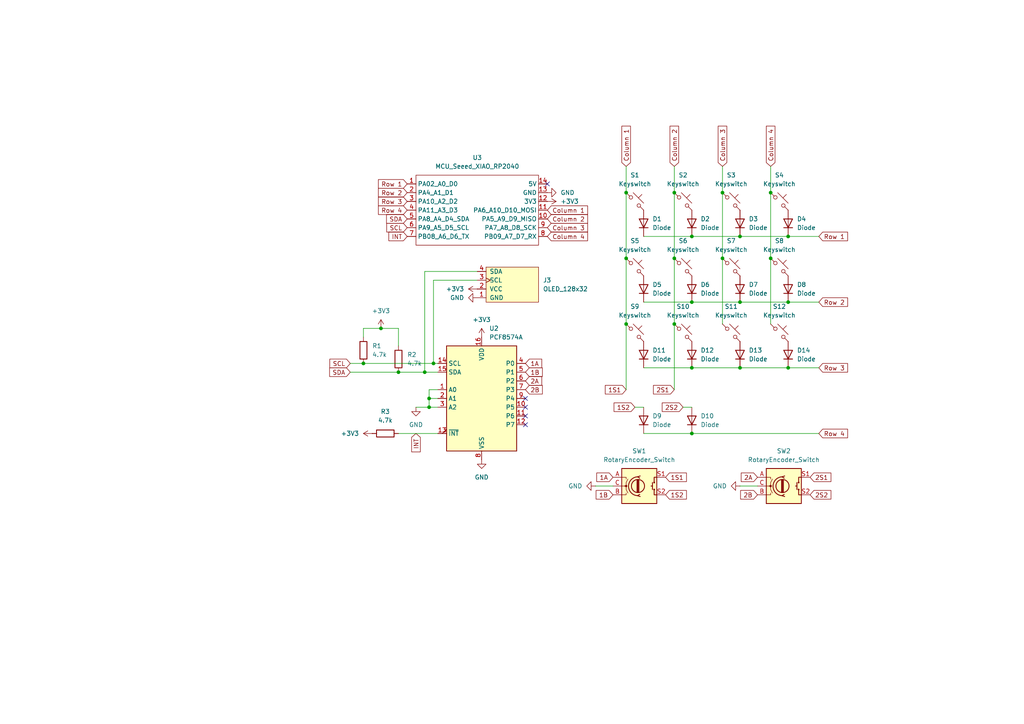
<source format=kicad_sch>
(kicad_sch (version 20231120) (generator "eeschema") (generator_version "8.0")
  (paper "A4")
  (lib_symbols
    (symbol "Device:R" (pin_numbers hide) (pin_names (offset 0))
      (property "Reference" "R" (at 2.032 0 90))
      (property "Value" "R" (at 0 0 90))
      (symbol "R_0_1"
        (rectangle (start -1.016 -2.54) (end 1.016 2.54) (stroke (width 0.254)))
      )
      (symbol "R_1_1"
        (pin passive line (at 0 3.81 270) (length 1.27) (name "~") (number "1"))
        (pin passive line (at 0 -3.81 90) (length 1.27) (name "~") (number "2"))
      )
    )
    (symbol "Device:RotaryEncoder_Switch" (pin_names (offset 0.254) hide)
      (property "Reference" "SW" (at 0 6.604 0))
      (property "Value" "RotaryEncoder_Switch" (at 0 -6.604 0))
      (symbol "RotaryEncoder_Switch_0_1"
        (rectangle (start -5.08 5.08) (end 5.08 -5.08) (stroke (width 0.254)) (fill (type background)))
        (circle (center -3.81 0) (radius 0.254) (fill (type outline)))
        (circle (center -0.381 0) (radius 1.905) (stroke (width 0.254)))
        (arc (start -0.381 2.667) (mid -3.0988 -0.0635) (end -0.381 -2.794) (stroke (width 0.254)))
        (polyline (pts (xy -0.635 -1.778) (xy -0.635 1.778)) (stroke (width 0.254)))
        (polyline (pts (xy -0.381 -1.778) (xy -0.381 1.778)) (stroke (width 0.254)))
        (polyline (pts (xy -0.127 1.778) (xy -0.127 -1.778)) (stroke (width 0.254)))
        (polyline (pts (xy 3.81 0) (xy 3.429 0)) (stroke (width 0.254)))
        (polyline (pts (xy 3.81 1.016) (xy 3.81 -1.016)) (stroke (width 0.254)))
        (polyline (pts (xy -5.08 -2.54) (xy -3.81 -2.54) (xy -3.81 -2.032)))
        (polyline (pts (xy -5.08 2.54) (xy -3.81 2.54) (xy -3.81 2.032)))
        (polyline (pts (xy 0.254 -3.048) (xy -0.508 -2.794) (xy 0.127 -2.413)) (stroke (width 0.254)))
        (polyline (pts (xy 0.254 2.921) (xy -0.508 2.667) (xy 0.127 2.286)) (stroke (width 0.254)))
        (polyline (pts (xy 5.08 -2.54) (xy 4.318 -2.54) (xy 4.318 -1.016)) (stroke (width 0.254)))
        (polyline (pts (xy 5.08 2.54) (xy 4.318 2.54) (xy 4.318 1.016)) (stroke (width 0.254)))
        (polyline (pts (xy -5.08 0) (xy -3.81 0) (xy -3.81 -1.016) (xy -3.302 -2.032)))
        (polyline (pts (xy -4.318 0) (xy -3.81 0) (xy -3.81 1.016) (xy -3.302 2.032)))
        (circle (center 4.318 -1.016) (radius 0.127) (stroke (width 0.254)))
        (circle (center 4.318 1.016) (radius 0.127) (stroke (width 0.254)))
      )
      (symbol "RotaryEncoder_Switch_1_1"
        (pin passive line (at -7.62 2.54 0) (length 2.54) (name "A") (number "A"))
        (pin passive line (at -7.62 -2.54 0) (length 2.54) (name "B") (number "B"))
        (pin passive line (at -7.62 0 0) (length 2.54) (name "C") (number "C"))
        (pin passive line (at 7.62 2.54 180) (length 2.54) (name "S1") (number "S1"))
        (pin passive line (at 7.62 -2.54 180) (length 2.54) (name "S2") (number "S2"))
      )
    )
    (symbol "Interface_Expansion:PCF8574A"
      (property "Reference" "U" (at -8.89 16.51 0))
      (property "Value" "PCF8574A" (at 2.54 16.51 0))
      (symbol "PCF8574A_0_1"
        (rectangle (start -10.16 15.24) (end 10.16 -15.24) (stroke (width 0.254)) (fill (type background)))
      )
      (symbol "PCF8574A_1_1"
        (pin input line (at -12.7 2.54 0) (length 2.54) (name "A0") (number "1"))
        (pin bidirectional line (at 12.7 -2.54 180) (length 2.54) (name "P5") (number "10"))
        (pin bidirectional line (at 12.7 -5.08 180) (length 2.54) (name "P6") (number "11"))
        (pin bidirectional line (at 12.7 -7.62 180) (length 2.54) (name "P7") (number "12"))
        (pin open_collector output_low (at -12.7 -10.16 0) (length 2.54) (name "~{INT}") (number "13"))
        (pin input line (at -12.7 10.16 0) (length 2.54) (name "SCL") (number "14"))
        (pin bidirectional line (at -12.7 7.62 0) (length 2.54) (name "SDA") (number "15"))
        (pin power_in line (at 0 17.78 270) (length 2.54) (name "VDD") (number "16"))
        (pin input line (at -12.7 0 0) (length 2.54) (name "A1") (number "2"))
        (pin input line (at -12.7 -2.54 0) (length 2.54) (name "A2") (number "3"))
        (pin bidirectional line (at 12.7 10.16 180) (length 2.54) (name "P0") (number "4"))
        (pin bidirectional line (at 12.7 7.62 180) (length 2.54) (name "P1") (number "5"))
        (pin bidirectional line (at 12.7 5.08 180) (length 2.54) (name "P2") (number "6"))
        (pin bidirectional line (at 12.7 2.54 180) (length 2.54) (name "P3") (number "7"))
        (pin power_in line (at 0 -17.78 90) (length 2.54) (name "VSS") (number "8"))
        (pin bidirectional line (at 12.7 0 180) (length 2.54) (name "P4") (number "9"))
      )
    )
    (symbol "ScottoKeebs:MCU_Seeed_XIAO_RP2040"
      (property "Reference" "U" (at -16.51 11.43 0))
      (property "Value" "MCU_Seeed_XIAO_RP2040" (at -3.81 -11.43 0))
      (symbol "MCU_Seeed_XIAO_RP2040_0_1"
        (rectangle (start -16.51 10.16) (end 19.05 -10.16))
      )
      (symbol "MCU_Seeed_XIAO_RP2040_1_1"
        (pin passive line (at -19.05 7.62 0) (length 2.54) (name "PA02_A0_D0") (number "1"))
        (pin passive line (at 21.59 -2.54 180) (length 2.54) (name "PA5_A9_D9_MISO") (number "10"))
        (pin passive line (at 21.59 0 180) (length 2.54) (name "PA6_A10_D10_MOSI") (number "11"))
        (pin passive line (at 21.59 2.54 180) (length 2.54) (name "3V3") (number "12"))
        (pin passive line (at 21.59 5.08 180) (length 2.54) (name "GND") (number "13"))
        (pin passive line (at 21.59 7.62 180) (length 2.54) (name "5V") (number "14"))
        (pin passive line (at -19.05 5.08 0) (length 2.54) (name "PA4_A1_D1") (number "2"))
        (pin passive line (at -19.05 2.54 0) (length 2.54) (name "PA10_A2_D2") (number "3"))
        (pin passive line (at -19.05 0 0) (length 2.54) (name "PA11_A3_D3") (number "4"))
        (pin passive line (at -19.05 -2.54 0) (length 2.54) (name "PA8_A4_D4_SDA") (number "5"))
        (pin passive line (at -19.05 -5.08 0) (length 2.54) (name "PA9_A5_D5_SCL") (number "6"))
        (pin passive line (at -19.05 -7.62 0) (length 2.54) (name "PB08_A6_D6_TX") (number "7"))
        (pin passive line (at 21.59 -7.62 180) (length 2.54) (name "PB09_A7_D7_RX") (number "8"))
        (pin passive line (at 21.59 -5.08 180) (length 2.54) (name "PA7_A8_D8_SCK") (number "9"))
      )
    )
    (symbol "ScottoKeebs:OLED_128x32" (pin_names (offset 1.016))
      (property "Reference" "J" (at 0 -6.35 0))
      (property "Value" "OLED_128x32" (at 0 6.35 0))
      (symbol "OLED_128x32_0_1"
        (rectangle (start 0 5.08) (end 15.24 -5.08) (fill (type background)))
      )
      (symbol "OLED_128x32_1_1"
        (pin power_in line (at -2.54 -3.81 0) (length 2.54) (name "GND") (number "1"))
        (pin power_in line (at -2.54 -1.27 0) (length 2.54) (name "VCC") (number "2"))
        (pin input clock (at -2.54 1.27 0) (length 2.54) (name "SCL") (number "3"))
        (pin bidirectional line (at -2.54 3.81 0) (length 2.54) (name "SDA") (number "4"))
      )
    )
    (symbol "ScottoKeebs:Placeholder_Diode" (pin_numbers hide) (pin_names hide)
      (property "Reference" "D" (at 0 2.54 0))
      (property "Value" "Diode" (at 0 -2.54 0))
      (symbol "Placeholder_Diode_0_1"
        (polyline (pts (xy -1.27 1.27) (xy -1.27 -1.27)) (stroke (width 0.254)))
        (polyline (pts (xy 1.27 0) (xy -1.27 0)))
        (polyline (pts (xy 1.27 1.27) (xy 1.27 -1.27) (xy -1.27 0) (xy 1.27 1.27)) (stroke (width 0.254)))
      )
      (symbol "Placeholder_Diode_1_1"
        (pin passive line (at -3.81 0 0) (length 2.54) (name "K") (number "1"))
        (pin passive line (at 3.81 0 180) (length 2.54) (name "A") (number "2"))
      )
    )
    (symbol "ScottoKeebs:Placeholder_Keyswitch" (pin_numbers hide) (pin_names (offset 1.016) hide)
      (property "Reference" "S" (at 3.048 1.016 0))
      (property "Value" "Keyswitch" (at 0 -3.81 0))
      (symbol "Placeholder_Keyswitch_0_1"
        (circle (center -1.1684 1.1684) (radius 0.508))
        (polyline (pts (xy -0.508 2.54) (xy 2.54 -0.508)))
        (polyline (pts (xy 1.016 1.016) (xy 2.032 2.032)))
        (polyline (pts (xy -2.54 2.54) (xy -1.524 1.524) (xy -1.524 1.524)))
        (polyline (pts (xy 1.524 -1.524) (xy 2.54 -2.54) (xy 2.54 -2.54) (xy 2.54 -2.54)))
        (circle (center 1.143 -1.1938) (radius 0.508))
        (pin passive line (at -2.54 2.54 0) (length 0) (name "1") (number "1"))
        (pin passive line (at 2.54 -2.54 180) (length 0) (name "2") (number "2"))
      )
    )
    (symbol "power:+3V3" (power) (pin_numbers hide) (pin_names (offset 0) hide)
      (property "Value" "+3V3" (at 0 3.556 0))
      (symbol "+3V3_0_1"
        (polyline (pts (xy -0.762 1.27) (xy 0 2.54)))
        (polyline (pts (xy 0 0) (xy 0 2.54)))
        (polyline (pts (xy 0 2.54) (xy 0.762 1.27)))
      )
      (symbol "+3V3_1_1"
        (pin power_in line (at 0 0 90) (length 0) (name "~") (number "1"))
      )
    )
    (symbol "power:GND" (power) (pin_numbers hide) (pin_names (offset 0) hide)
      (property "Value" "GND" (at 0 -3.81 0))
      (symbol "GND_0_1"
        (polyline (pts (xy 0 0) (xy 0 -1.27) (xy 1.27 -1.27) (xy 0 -2.54) (xy -1.27 -1.27) (xy 0 -1.27)))
      )
      (symbol "GND_1_1"
        (pin power_in line (at 0 0 270) (length 0) (name "~") (number "1"))
      )
    )
  )
  (junction (at 195.58 93.98))
  (junction (at 223.52 55.88))
  (junction (at 228.6 106.68))
  (junction (at 125.73 105.41))
  (junction (at 195.58 74.93))
  (junction (at 181.61 74.93))
  (junction (at 115.57 107.95))
  (junction (at 124.46 115.57))
  (junction (at 200.66 106.68))
  (junction (at 209.55 55.88))
  (junction (at 209.55 74.93))
  (junction (at 124.46 118.11))
  (junction (at 214.63 68.58))
  (junction (at 228.6 68.58))
  (junction (at 223.52 74.93))
  (junction (at 200.66 87.63))
  (junction (at 105.41 105.41))
  (junction (at 181.61 55.88))
  (junction (at 200.66 68.58))
  (junction (at 195.58 55.88))
  (junction (at 200.66 125.73))
  (junction (at 228.6 87.63))
  (junction (at 123.19 107.95))
  (junction (at 214.63 87.63))
  (junction (at 214.63 106.68))
  (junction (at 110.49 95.25))
  (junction (at 181.61 93.98))
  (no_connect (at 158.75 53.34))
  (no_connect (at 152.4 120.65))
  (no_connect (at 152.4 118.11))
  (no_connect (at 152.4 115.57))
  (no_connect (at 152.4 123.19))
  (wire (pts (xy 105.41 105.41) (xy 125.73 105.41)))
  (wire (pts (xy 209.55 55.88) (xy 209.55 74.93)))
  (wire (pts (xy 186.69 87.63) (xy 200.66 87.63)))
  (wire (pts (xy 186.69 68.58) (xy 200.66 68.58)))
  (wire (pts (xy 123.19 78.74) (xy 138.43 78.74)))
  (wire (pts (xy 214.63 87.63) (xy 228.6 87.63)))
  (wire (pts (xy 214.63 68.58) (xy 228.6 68.58)))
  (wire (pts (xy 181.61 93.98) (xy 181.61 113.03)))
  (wire (pts (xy 115.57 107.95) (xy 123.19 107.95)))
  (wire (pts (xy 124.46 115.57) (xy 127 115.57)))
  (wire (pts (xy 125.73 105.41) (xy 125.73 81.28)))
  (wire (pts (xy 123.19 107.95) (xy 127 107.95)))
  (wire (pts (xy 237.49 87.63) (xy 228.6 87.63)))
  (wire (pts (xy 101.6 107.95) (xy 115.57 107.95)))
  (wire (pts (xy 186.69 125.73) (xy 200.66 125.73)))
  (wire (pts (xy 195.58 74.93) (xy 195.58 93.98)))
  (wire (pts (xy 237.49 125.73) (xy 200.66 125.73)))
  (wire (pts (xy 200.66 68.58) (xy 214.63 68.58)))
  (wire (pts (xy 200.66 106.68) (xy 214.63 106.68)))
  (wire (pts (xy 115.57 95.25) (xy 115.57 100.33)))
  (wire (pts (xy 127 113.03) (xy 124.46 113.03)))
  (wire (pts (xy 124.46 113.03) (xy 124.46 115.57)))
  (wire (pts (xy 195.58 55.88) (xy 195.58 74.93)))
  (wire (pts (xy 237.49 68.58) (xy 228.6 68.58)))
  (wire (pts (xy 101.6 105.41) (xy 105.41 105.41)))
  (wire (pts (xy 181.61 74.93) (xy 181.61 93.98)))
  (wire (pts (xy 124.46 118.11) (xy 127 118.11)))
  (wire (pts (xy 124.46 115.57) (xy 124.46 118.11)))
  (wire (pts (xy 209.55 48.26) (xy 209.55 55.88)))
  (wire (pts (xy 223.52 55.88) (xy 223.52 74.93)))
  (wire (pts (xy 195.58 48.26) (xy 195.58 55.88)))
  (wire (pts (xy 200.66 87.63) (xy 214.63 87.63)))
  (wire (pts (xy 186.69 106.68) (xy 200.66 106.68)))
  (wire (pts (xy 105.41 95.25) (xy 110.49 95.25)))
  (wire (pts (xy 181.61 55.88) (xy 181.61 74.93)))
  (wire (pts (xy 195.58 93.98) (xy 195.58 113.03)))
  (wire (pts (xy 172.72 140.97) (xy 177.8 140.97)))
  (wire (pts (xy 223.52 48.26) (xy 223.52 55.88)))
  (wire (pts (xy 110.49 95.25) (xy 115.57 95.25)))
  (wire (pts (xy 105.41 97.79) (xy 105.41 95.25)))
  (wire (pts (xy 214.63 140.97) (xy 219.71 140.97)))
  (wire (pts (xy 198.12 118.11) (xy 200.66 118.11)))
  (wire (pts (xy 223.52 74.93) (xy 223.52 93.98)))
  (wire (pts (xy 237.49 106.68) (xy 228.6 106.68)))
  (wire (pts (xy 184.15 118.11) (xy 186.69 118.11)))
  (wire (pts (xy 123.19 107.95) (xy 123.19 78.74)))
  (wire (pts (xy 214.63 106.68) (xy 228.6 106.68)))
  (wire (pts (xy 120.65 118.11) (xy 124.46 118.11)))
  (wire (pts (xy 181.61 48.26) (xy 181.61 55.88)))
  (wire (pts (xy 125.73 105.41) (xy 127 105.41)))
  (wire (pts (xy 125.73 81.28) (xy 138.43 81.28)))
  (wire (pts (xy 209.55 74.93) (xy 209.55 93.98)))
  (wire (pts (xy 115.57 125.73) (xy 127 125.73)))
  (global_label "Column 1" (shape input) (at 158.75 60.96 0) (property "Intersheetrefs" "${INTERSHEET_REFS}" (effects (hide yes))))
  (global_label "Row 3" (shape input) (at 118.11 58.42 180) (property "Intersheetrefs" "${INTERSHEET_REFS}" (effects (hide yes))))
  (global_label "2S2" (shape input) (at 198.12 118.11 180) (property "Intersheetrefs" "${INTERSHEET_REFS}" (effects (hide yes))))
  (global_label "Row 2" (shape input) (at 118.11 55.88 180) (property "Intersheetrefs" "${INTERSHEET_REFS}" (effects (hide yes))))
  (global_label "Column 4" (shape input) (at 223.52 48.26 90) (property "Intersheetrefs" "${INTERSHEET_REFS}" (effects (hide yes))))
  (global_label "1S1" (shape input) (at 193.04 138.43 0) (property "Intersheetrefs" "${INTERSHEET_REFS}" (effects (hide yes))))
  (global_label "1S2" (shape input) (at 193.04 143.51 0) (property "Intersheetrefs" "${INTERSHEET_REFS}" (effects (hide yes))))
  (global_label "Column 2" (shape input) (at 195.58 48.26 90) (property "Intersheetrefs" "${INTERSHEET_REFS}" (effects (hide yes))))
  (global_label "Row 2" (shape input) (at 237.49 87.63 0) (property "Intersheetrefs" "${INTERSHEET_REFS}" (effects (hide yes))))
  (global_label "Column 3" (shape input) (at 209.55 48.26 90) (property "Intersheetrefs" "${INTERSHEET_REFS}" (effects (hide yes))))
  (global_label "1S1" (shape input) (at 181.61 113.03 180) (property "Intersheetrefs" "${INTERSHEET_REFS}" (effects (hide yes))))
  (global_label "Row 4" (shape input) (at 237.49 125.73 0) (property "Intersheetrefs" "${INTERSHEET_REFS}" (effects (hide yes))))
  (global_label "SCL" (shape input) (at 118.11 66.04 180) (property "Intersheetrefs" "${INTERSHEET_REFS}" (effects (hide yes))))
  (global_label "1A" (shape input) (at 177.8 138.43 180) (property "Intersheetrefs" "${INTERSHEET_REFS}" (effects (hide yes))))
  (global_label "2B" (shape input) (at 219.71 143.51 180) (property "Intersheetrefs" "${INTERSHEET_REFS}" (effects (hide yes))))
  (global_label "SCL" (shape input) (at 101.6 105.41 180) (property "Intersheetrefs" "${INTERSHEET_REFS}" (effects (hide yes))))
  (global_label "2A" (shape input) (at 152.4 110.49 0) (property "Intersheetrefs" "${INTERSHEET_REFS}" (effects (hide yes))))
  (global_label "Row 3" (shape input) (at 237.49 106.68 0) (property "Intersheetrefs" "${INTERSHEET_REFS}" (effects (hide yes))))
  (global_label "SDA" (shape input) (at 101.6 107.95 180) (property "Intersheetrefs" "${INTERSHEET_REFS}" (effects (hide yes))))
  (global_label "Column 1" (shape input) (at 181.61 48.26 90) (property "Intersheetrefs" "${INTERSHEET_REFS}" (effects (hide yes))))
  (global_label "Row 1" (shape input) (at 118.11 53.34 180) (property "Intersheetrefs" "${INTERSHEET_REFS}" (effects (hide yes))))
  (global_label "Row 4" (shape input) (at 118.11 60.96 180) (property "Intersheetrefs" "${INTERSHEET_REFS}" (effects (hide yes))))
  (global_label "Column 2" (shape input) (at 158.75 63.5 0) (property "Intersheetrefs" "${INTERSHEET_REFS}" (effects (hide yes))))
  (global_label "2B" (shape input) (at 152.4 113.03 0) (property "Intersheetrefs" "${INTERSHEET_REFS}" (effects (hide yes))))
  (global_label "1B" (shape input) (at 152.4 107.95 0) (property "Intersheetrefs" "${INTERSHEET_REFS}" (effects (hide yes))))
  (global_label "1S2" (shape input) (at 184.15 118.11 180) (property "Intersheetrefs" "${INTERSHEET_REFS}" (effects (hide yes))))
  (global_label "Column 3" (shape input) (at 158.75 66.04 0) (property "Intersheetrefs" "${INTERSHEET_REFS}" (effects (hide yes))))
  (global_label "INT" (shape input) (at 120.65 125.73 270) (property "Intersheetrefs" "${INTERSHEET_REFS}" (effects (hide yes))))
  (global_label "1A" (shape input) (at 152.4 105.41 0) (property "Intersheetrefs" "${INTERSHEET_REFS}" (effects (hide yes))))
  (global_label "2S1" (shape input) (at 195.58 113.03 180) (property "Intersheetrefs" "${INTERSHEET_REFS}" (effects (hide yes))))
  (global_label "2S2" (shape input) (at 234.95 143.51 0) (property "Intersheetrefs" "${INTERSHEET_REFS}" (effects (hide yes))))
  (global_label "INT" (shape input) (at 118.11 68.58 180) (property "Intersheetrefs" "${INTERSHEET_REFS}" (effects (hide yes))))
  (global_label "Column 4" (shape input) (at 158.75 68.58 0) (property "Intersheetrefs" "${INTERSHEET_REFS}" (effects (hide yes))))
  (global_label "Row 1" (shape input) (at 237.49 68.58 0) (property "Intersheetrefs" "${INTERSHEET_REFS}" (effects (hide yes))))
  (global_label "2S1" (shape input) (at 234.95 138.43 0) (property "Intersheetrefs" "${INTERSHEET_REFS}" (effects (hide yes))))
  (global_label "1B" (shape input) (at 177.8 143.51 180) (property "Intersheetrefs" "${INTERSHEET_REFS}" (effects (hide yes))))
  (global_label "2A" (shape input) (at 219.71 138.43 180) (property "Intersheetrefs" "${INTERSHEET_REFS}" (effects (hide yes))))
  (global_label "SDA" (shape input) (at 118.11 63.5 180) (property "Intersheetrefs" "${INTERSHEET_REFS}" (effects (hide yes))))
  (symbol (lib_id "power:+3V3") (at 138.43 83.82 90) (unit 1)
    (property "Reference" "#PWR04" (effects (hide yes)))
    (property "Value" "+3V3" (at 134.62 83.8199 90) (effects (justify left)))
    (property "Description" "Power symbol creates a global label with name \"+3V3\"" (effects (hide yes)))
  )
  (symbol (lib_id "Device:RotaryEncoder_Switch") (at 227.33 140.97 0) (unit 1)
    (property "Reference" "SW2" (at 227.33 130.81 0))
    (property "Value" "RotaryEncoder_Switch" (at 227.33 133.35 0))
    (property "Footprint" "Rotary_Encoder:RotaryEncoder_Alps_EC11E-Switch_Vertical_H20mm" (effects (hide yes)))
    (property "Description" "Rotary encoder, dual channel, incremental quadrate outputs, with switch" (effects (hide yes)))
  )
  (symbol (lib_id "ScottoKeebs:Placeholder_Keyswitch") (at 226.06 96.52 0) (unit 1)
    (property "Reference" "S12" (at 226.06 88.9 0))
    (property "Value" "Keyswitch" (at 226.06 91.44 0))
    (property "Footprint" "ScottoKeebs_MX:MX_PCB_1.00u" (effects (hide yes)))
    (property "Description" "Push button switch, normally open, two pins, 45° tilted" (effects (hide yes)))
  )
  (symbol (lib_id "Device:R") (at 115.57 104.14 0) (unit 1)
    (property "Reference" "R2" (at 118.11 102.8699 0) (effects (justify left)))
    (property "Value" "4.7k" (at 118.11 105.4099 0) (effects (justify left)))
    (property "Footprint" "Resistor_THT:R_Axial_DIN0207_L6.3mm_D2.5mm_P10.16mm_Horizontal" (effects (hide yes)))
    (property "Description" "Resistor" (effects (hide yes)))
  )
  (symbol (lib_id "ScottoKeebs:Placeholder_Keyswitch") (at 226.06 77.47 0) (unit 1)
    (property "Reference" "S8" (at 226.06 69.85 0))
    (property "Value" "Keyswitch" (at 226.06 72.39 0))
    (property "Footprint" "ScottoKeebs_MX:MX_PCB_1.00u" (effects (hide yes)))
    (property "Description" "Push button switch, normally open, two pins, 45° tilted" (effects (hide yes)))
  )
  (symbol (lib_id "power:GND") (at 138.43 86.36 270) (unit 1)
    (property "Reference" "#PWR03" (effects (hide yes)))
    (property "Value" "GND" (at 134.62 86.3599 90) (effects (justify right)))
    (property "Description" "Power symbol creates a global label with name \"GND\" , ground" (effects (hide yes)))
  )
  (symbol (lib_id "ScottoKeebs:Placeholder_Diode") (at 214.63 83.82 90) (unit 1)
    (property "Reference" "D7" (at 217.17 82.5499 90) (effects (justify right)))
    (property "Value" "Diode" (at 217.17 85.0899 90) (effects (justify right)))
    (property "Footprint" "ScottoKeebs_Components:Diode_DO-35" (effects (hide yes)))
    (property "Description" "1N4148 (DO-35) or 1N4148W (SOD-123)" (effects (hide yes)))
    (property "Sim.Device" "D" (effects (hide yes)))
    (property "Sim.Pins" "1=K 2=A" (effects (hide yes)))
  )
  (symbol (lib_id "ScottoKeebs:Placeholder_Keyswitch") (at 212.09 58.42 0) (unit 1)
    (property "Reference" "S3" (at 212.09 50.8 0))
    (property "Value" "Keyswitch" (at 212.09 53.34 0))
    (property "Footprint" "ScottoKeebs_MX:MX_PCB_1.00u" (effects (hide yes)))
    (property "Description" "Push button switch, normally open, two pins, 45° tilted" (effects (hide yes)))
  )
  (symbol (lib_id "ScottoKeebs:Placeholder_Diode") (at 228.6 83.82 90) (unit 1)
    (property "Reference" "D8" (at 231.14 82.5499 90) (effects (justify right)))
    (property "Value" "Diode" (at 231.14 85.0899 90) (effects (justify right)))
    (property "Footprint" "ScottoKeebs_Components:Diode_DO-35" (effects (hide yes)))
    (property "Description" "1N4148 (DO-35) or 1N4148W (SOD-123)" (effects (hide yes)))
    (property "Sim.Device" "D" (effects (hide yes)))
    (property "Sim.Pins" "1=K 2=A" (effects (hide yes)))
  )
  (symbol (lib_id "power:GND") (at 139.7 133.35 0) (unit 1)
    (property "Reference" "#PWR09" (effects (hide yes)))
    (property "Value" "GND" (at 139.7 138.43 0))
    (property "Description" "Power symbol creates a global label with name \"GND\" , ground" (effects (hide yes)))
  )
  (symbol (lib_id "ScottoKeebs:Placeholder_Keyswitch") (at 198.12 96.52 0) (unit 1)
    (property "Reference" "S10" (at 198.12 88.9 0))
    (property "Value" "Keyswitch" (at 198.12 91.44 0))
    (property "Footprint" "ScottoKeebs_MX:MX_PCB_1.00u" (effects (hide yes)))
    (property "Description" "Push button switch, normally open, two pins, 45° tilted" (effects (hide yes)))
  )
  (symbol (lib_id "ScottoKeebs:Placeholder_Keyswitch") (at 198.12 58.42 0) (unit 1)
    (property "Reference" "S2" (at 198.12 50.8 0))
    (property "Value" "Keyswitch" (at 198.12 53.34 0))
    (property "Footprint" "ScottoKeebs_MX:MX_PCB_1.00u" (effects (hide yes)))
    (property "Description" "Push button switch, normally open, two pins, 45° tilted" (effects (hide yes)))
  )
  (symbol (lib_id "ScottoKeebs:Placeholder_Keyswitch") (at 198.12 77.47 0) (unit 1)
    (property "Reference" "S6" (at 198.12 69.85 0))
    (property "Value" "Keyswitch" (at 198.12 72.39 0))
    (property "Footprint" "ScottoKeebs_MX:MX_PCB_1.00u" (effects (hide yes)))
    (property "Description" "Push button switch, normally open, two pins, 45° tilted" (effects (hide yes)))
  )
  (symbol (lib_id "ScottoKeebs:Placeholder_Diode") (at 186.69 102.87 90) (unit 1)
    (property "Reference" "D11" (at 189.23 101.5999 90) (effects (justify right)))
    (property "Value" "Diode" (at 189.23 104.1399 90) (effects (justify right)))
    (property "Footprint" "ScottoKeebs_Components:Diode_DO-35" (effects (hide yes)))
    (property "Description" "1N4148 (DO-35) or 1N4148W (SOD-123)" (effects (hide yes)))
    (property "Sim.Device" "D" (effects (hide yes)))
    (property "Sim.Pins" "1=K 2=A" (effects (hide yes)))
  )
  (symbol (lib_id "ScottoKeebs:Placeholder_Diode") (at 200.66 64.77 90) (unit 1)
    (property "Reference" "D2" (at 203.2 63.4999 90) (effects (justify right)))
    (property "Value" "Diode" (at 203.2 66.0399 90) (effects (justify right)))
    (property "Footprint" "ScottoKeebs_Components:Diode_DO-35" (effects (hide yes)))
    (property "Description" "1N4148 (DO-35) or 1N4148W (SOD-123)" (effects (hide yes)))
    (property "Sim.Device" "D" (effects (hide yes)))
    (property "Sim.Pins" "1=K 2=A" (effects (hide yes)))
  )
  (symbol (lib_id "ScottoKeebs:Placeholder_Diode") (at 214.63 64.77 90) (unit 1)
    (property "Reference" "D3" (at 217.17 63.4999 90) (effects (justify right)))
    (property "Value" "Diode" (at 217.17 66.0399 90) (effects (justify right)))
    (property "Footprint" "ScottoKeebs_Components:Diode_DO-35" (effects (hide yes)))
    (property "Description" "1N4148 (DO-35) or 1N4148W (SOD-123)" (effects (hide yes)))
    (property "Sim.Device" "D" (effects (hide yes)))
    (property "Sim.Pins" "1=K 2=A" (effects (hide yes)))
  )
  (symbol (lib_id "ScottoKeebs:Placeholder_Diode") (at 200.66 83.82 90) (unit 1)
    (property "Reference" "D6" (at 203.2 82.5499 90) (effects (justify right)))
    (property "Value" "Diode" (at 203.2 85.0899 90) (effects (justify right)))
    (property "Footprint" "ScottoKeebs_Components:Diode_DO-35" (effects (hide yes)))
    (property "Description" "1N4148 (DO-35) or 1N4148W (SOD-123)" (effects (hide yes)))
    (property "Sim.Device" "D" (effects (hide yes)))
    (property "Sim.Pins" "1=K 2=A" (effects (hide yes)))
  )
  (symbol (lib_id "power:GND") (at 120.65 118.11 0) (unit 1)
    (property "Reference" "#PWR07" (effects (hide yes)))
    (property "Value" "GND" (at 120.65 123.19 0))
    (property "Description" "Power symbol creates a global label with name \"GND\" , ground" (effects (hide yes)))
  )
  (symbol (lib_id "ScottoKeebs:Placeholder_Diode") (at 228.6 64.77 90) (unit 1)
    (property "Reference" "D4" (at 231.14 63.4999 90) (effects (justify right)))
    (property "Value" "Diode" (at 231.14 66.0399 90) (effects (justify right)))
    (property "Footprint" "ScottoKeebs_Components:Diode_DO-35" (effects (hide yes)))
    (property "Description" "1N4148 (DO-35) or 1N4148W (SOD-123)" (effects (hide yes)))
    (property "Sim.Device" "D" (effects (hide yes)))
    (property "Sim.Pins" "1=K 2=A" (effects (hide yes)))
  )
  (symbol (lib_id "ScottoKeebs:Placeholder_Diode") (at 214.63 102.87 90) (unit 1)
    (property "Reference" "D13" (at 217.17 101.5999 90) (effects (justify right)))
    (property "Value" "Diode" (at 217.17 104.1399 90) (effects (justify right)))
    (property "Footprint" "ScottoKeebs_Components:Diode_DO-35" (effects (hide yes)))
    (property "Description" "1N4148 (DO-35) or 1N4148W (SOD-123)" (effects (hide yes)))
    (property "Sim.Device" "D" (effects (hide yes)))
    (property "Sim.Pins" "1=K 2=A" (effects (hide yes)))
  )
  (symbol (lib_id "ScottoKeebs:Placeholder_Keyswitch") (at 184.15 96.52 0) (unit 1)
    (property "Reference" "S9" (at 184.15 88.9 0))
    (property "Value" "Keyswitch" (at 184.15 91.44 0))
    (property "Footprint" "ScottoKeebs_MX:MX_PCB_1.00u" (effects (hide yes)))
    (property "Description" "Push button switch, normally open, two pins, 45° tilted" (effects (hide yes)))
  )
  (symbol (lib_id "ScottoKeebs:Placeholder_Keyswitch") (at 212.09 77.47 0) (unit 1)
    (property "Reference" "S7" (at 212.09 69.85 0))
    (property "Value" "Keyswitch" (at 212.09 72.39 0))
    (property "Footprint" "ScottoKeebs_MX:MX_PCB_1.00u" (effects (hide yes)))
    (property "Description" "Push button switch, normally open, two pins, 45° tilted" (effects (hide yes)))
  )
  (symbol (lib_id "power:GND") (at 158.75 55.88 90) (unit 1)
    (property "Reference" "#PWR01" (effects (hide yes)))
    (property "Value" "GND" (at 162.56 55.8799 90) (effects (justify right)))
    (property "Description" "Power symbol creates a global label with name \"GND\" , ground" (effects (hide yes)))
  )
  (symbol (lib_id "ScottoKeebs:Placeholder_Diode") (at 200.66 102.87 90) (unit 1)
    (property "Reference" "D12" (at 203.2 101.5999 90) (effects (justify right)))
    (property "Value" "Diode" (at 203.2 104.1399 90) (effects (justify right)))
    (property "Footprint" "ScottoKeebs_Components:Diode_DO-35" (effects (hide yes)))
    (property "Description" "1N4148 (DO-35) or 1N4148W (SOD-123)" (effects (hide yes)))
    (property "Sim.Device" "D" (effects (hide yes)))
    (property "Sim.Pins" "1=K 2=A" (effects (hide yes)))
  )
  (symbol (lib_id "Device:R") (at 111.76 125.73 90) (unit 1)
    (property "Reference" "R3" (at 111.76 119.38 90))
    (property "Value" "4.7k" (at 111.76 121.92 90))
    (property "Footprint" "Resistor_THT:R_Axial_DIN0207_L6.3mm_D2.5mm_P10.16mm_Horizontal" (effects (hide yes)))
    (property "Description" "Resistor" (effects (hide yes)))
  )
  (symbol (lib_id "power:+3V3") (at 158.75 58.42 270) (unit 1)
    (property "Reference" "#PWR05" (effects (hide yes)))
    (property "Value" "+3V3" (at 162.56 58.4199 90) (effects (justify left)))
    (property "Description" "Power symbol creates a global label with name \"+3V3\"" (effects (hide yes)))
  )
  (symbol (lib_id "ScottoKeebs:Placeholder_Diode") (at 200.66 121.92 90) (unit 1)
    (property "Reference" "D10" (at 203.2 120.6499 90) (effects (justify right)))
    (property "Value" "Diode" (at 203.2 123.1899 90) (effects (justify right)))
    (property "Footprint" "ScottoKeebs_Components:Diode_DO-35" (effects (hide yes)))
    (property "Description" "1N4148 (DO-35) or 1N4148W (SOD-123)" (effects (hide yes)))
    (property "Sim.Device" "D" (effects (hide yes)))
    (property "Sim.Pins" "1=K 2=A" (effects (hide yes)))
  )
  (symbol (lib_id "power:GND") (at 172.72 140.97 270) (unit 1)
    (property "Reference" "#PWR02" (effects (hide yes)))
    (property "Value" "GND" (at 168.91 140.9699 90) (effects (justify right)))
    (property "Description" "Power symbol creates a global label with name \"GND\" , ground" (effects (hide yes)))
  )
  (symbol (lib_id "ScottoKeebs:OLED_128x32") (at 140.97 82.55 0) (unit 1)
    (property "Reference" "J3" (at 157.48 81.2799 0) (effects (justify left)))
    (property "Value" "OLED_128x32" (at 157.48 83.8199 0) (effects (justify left)))
    (property "Footprint" "ScottoKeebs_Components:OLED_128x32" (effects (hide yes)))
  )
  (symbol (lib_id "ScottoKeebs:Placeholder_Keyswitch") (at 226.06 58.42 0) (unit 1)
    (property "Reference" "S4" (at 226.06 50.8 0))
    (property "Value" "Keyswitch" (at 226.06 53.34 0))
    (property "Footprint" "ScottoKeebs_MX:MX_PCB_1.00u" (effects (hide yes)))
    (property "Description" "Push button switch, normally open, two pins, 45° tilted" (effects (hide yes)))
  )
  (symbol (lib_id "power:GND") (at 214.63 140.97 270) (unit 1)
    (property "Reference" "#PWR06" (effects (hide yes)))
    (property "Value" "GND" (at 210.82 140.9699 90) (effects (justify right)))
    (property "Description" "Power symbol creates a global label with name \"GND\" , ground" (effects (hide yes)))
  )
  (symbol (lib_id "Device:R") (at 105.41 101.6 0) (unit 1)
    (property "Reference" "R1" (at 107.95 100.3299 0) (effects (justify left)))
    (property "Value" "4.7k" (at 107.95 102.8699 0) (effects (justify left)))
    (property "Footprint" "Resistor_THT:R_Axial_DIN0207_L6.3mm_D2.5mm_P10.16mm_Horizontal" (effects (hide yes)))
    (property "Description" "Resistor" (effects (hide yes)))
  )
  (symbol (lib_id "ScottoKeebs:Placeholder_Diode") (at 186.69 121.92 90) (unit 1)
    (property "Reference" "D9" (at 189.23 120.6499 90) (effects (justify right)))
    (property "Value" "Diode" (at 189.23 123.1899 90) (effects (justify right)))
    (property "Footprint" "ScottoKeebs_Components:Diode_DO-35" (effects (hide yes)))
    (property "Description" "1N4148 (DO-35) or 1N4148W (SOD-123)" (effects (hide yes)))
    (property "Sim.Device" "D" (effects (hide yes)))
    (property "Sim.Pins" "1=K 2=A" (effects (hide yes)))
  )
  (symbol (lib_id "ScottoKeebs:Placeholder_Keyswitch") (at 212.09 96.52 0) (unit 1)
    (property "Reference" "S11" (at 212.09 88.9 0))
    (property "Value" "Keyswitch" (at 212.09 91.44 0))
    (property "Footprint" "ScottoKeebs_MX:MX_PCB_1.00u" (effects (hide yes)))
    (property "Description" "Push button switch, normally open, two pins, 45° tilted" (effects (hide yes)))
  )
  (symbol (lib_id "ScottoKeebs:Placeholder_Keyswitch") (at 184.15 77.47 0) (unit 1)
    (property "Reference" "S5" (at 184.15 69.85 0))
    (property "Value" "Keyswitch" (at 184.15 72.39 0))
    (property "Footprint" "ScottoKeebs_MX:MX_PCB_1.00u" (effects (hide yes)))
    (property "Description" "Push button switch, normally open, two pins, 45° tilted" (effects (hide yes)))
  )
  (symbol (lib_id "Device:RotaryEncoder_Switch") (at 185.42 140.97 0) (unit 1)
    (property "Reference" "SW1" (at 185.42 130.81 0))
    (property "Value" "RotaryEncoder_Switch" (at 185.42 133.35 0))
    (property "Footprint" "Rotary_Encoder:RotaryEncoder_Alps_EC11E-Switch_Vertical_H20mm" (effects (hide yes)))
    (property "Description" "Rotary encoder, dual channel, incremental quadrate outputs, with switch" (effects (hide yes)))
  )
  (symbol (lib_id "ScottoKeebs:Placeholder_Diode") (at 228.6 102.87 90) (unit 1)
    (property "Reference" "D14" (at 231.14 101.5999 90) (effects (justify right)))
    (property "Value" "Diode" (at 231.14 104.1399 90) (effects (justify right)))
    (property "Footprint" "ScottoKeebs_Components:Diode_DO-35" (effects (hide yes)))
    (property "Description" "1N4148 (DO-35) or 1N4148W (SOD-123)" (effects (hide yes)))
    (property "Sim.Device" "D" (effects (hide yes)))
    (property "Sim.Pins" "1=K 2=A" (effects (hide yes)))
  )
  (symbol (lib_id "power:+3V3") (at 139.7 97.79 0) (unit 1)
    (property "Reference" "#PWR08" (effects (hide yes)))
    (property "Value" "+3V3" (at 139.7 92.71 0))
    (property "Description" "Power symbol creates a global label with name \"+3V3\"" (effects (hide yes)))
  )
  (symbol (lib_id "ScottoKeebs:MCU_Seeed_XIAO_RP2040") (at 137.16 60.96 0) (unit 1)
    (property "Reference" "U3" (at 138.43 45.72 0))
    (property "Value" "MCU_Seeed_XIAO_RP2040" (at 138.43 48.26 0))
    (property "Footprint" "ScottoKeebs_MCU:Seeed_XIAO_RP2040" (effects (hide yes)))
  )
  (symbol (lib_id "ScottoKeebs:Placeholder_Diode") (at 186.69 83.82 90) (unit 1)
    (property "Reference" "D5" (at 189.23 82.5499 90) (effects (justify right)))
    (property "Value" "Diode" (at 189.23 85.0899 90) (effects (justify right)))
    (property "Footprint" "ScottoKeebs_Components:Diode_DO-35" (effects (hide yes)))
    (property "Description" "1N4148 (DO-35) or 1N4148W (SOD-123)" (effects (hide yes)))
    (property "Sim.Device" "D" (effects (hide yes)))
    (property "Sim.Pins" "1=K 2=A" (effects (hide yes)))
  )
  (symbol (lib_id "ScottoKeebs:Placeholder_Diode") (at 186.69 64.77 90) (unit 1)
    (property "Reference" "D1" (at 189.23 63.4999 90) (effects (justify right)))
    (property "Value" "Diode" (at 189.23 66.0399 90) (effects (justify right)))
    (property "Footprint" "ScottoKeebs_Components:Diode_DO-35" (effects (hide yes)))
    (property "Description" "1N4148 (DO-35) or 1N4148W (SOD-123)" (effects (hide yes)))
    (property "Sim.Device" "D" (effects (hide yes)))
    (property "Sim.Pins" "1=K 2=A" (effects (hide yes)))
  )
  (symbol (lib_id "power:+3V3") (at 107.95 125.73 90) (unit 1)
    (property "Reference" "#PWR010" (effects (hide yes)))
    (property "Value" "+3V3" (at 104.14 125.7299 90) (effects (justify left)))
    (property "Description" "Power symbol creates a global label with name \"+3V3\"" (effects (hide yes)))
  )
  (symbol (lib_id "ScottoKeebs:Placeholder_Keyswitch") (at 184.15 58.42 0) (unit 1)
    (property "Reference" "S1" (at 184.15 50.8 0))
    (property "Value" "Keyswitch" (at 184.15 53.34 0))
    (property "Footprint" "ScottoKeebs_MX:MX_PCB_1.00u" (effects (hide yes)))
    (property "Description" "Push button switch, normally open, two pins, 45° tilted" (effects (hide yes)))
  )
  (symbol (lib_id "power:+3V3") (at 110.49 95.25 0) (unit 1)
    (property "Reference" "#PWR011" (effects (hide yes)))
    (property "Value" "+3V3" (at 110.49 90.17 0))
    (property "Description" "Power symbol creates a global label with name \"+3V3\"" (effects (hide yes)))
  )
  (symbol (lib_id "Interface_Expansion:PCF8574A") (at 139.7 115.57 0) (unit 1)
    (property "Reference" "U2" (at 141.8941 95.25 0) (effects (justify left)))
    (property "Value" "PCF8574A" (at 141.8941 97.79 0) (effects (justify left)))
    (property "Footprint" "Package_DIP:DIP-16_W7.62mm" (effects (hide yes)))
    (property "Datasheet" "http://www.nxp.com/docs/en/data-sheet/PCF8574_PCF8574A.pdf" (effects (hide yes)))
    (property "Description" "8 Bit Port/Expander to I2C Bus, DIP/SOIC-16" (effects (hide yes)))
  )
)
</source>
